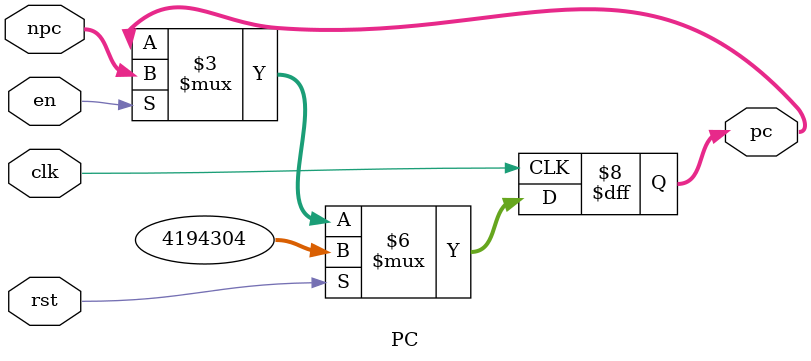
<source format=v>
module PC (
    input                   [ 0 : 0]            clk,
    input                   [ 0 : 0]            rst,
    input                   [ 0 : 0]            en,
    input                   [31 : 0]            npc,

    output      reg         [31 : 0]            pc
);
    always @(posedge clk) begin
        if (rst) begin
            pc <= 32'h00400000;
        end
        else if (en) begin
            pc <= npc;
        end
        else begin
            pc <= pc;
        end
    end
endmodule
</source>
